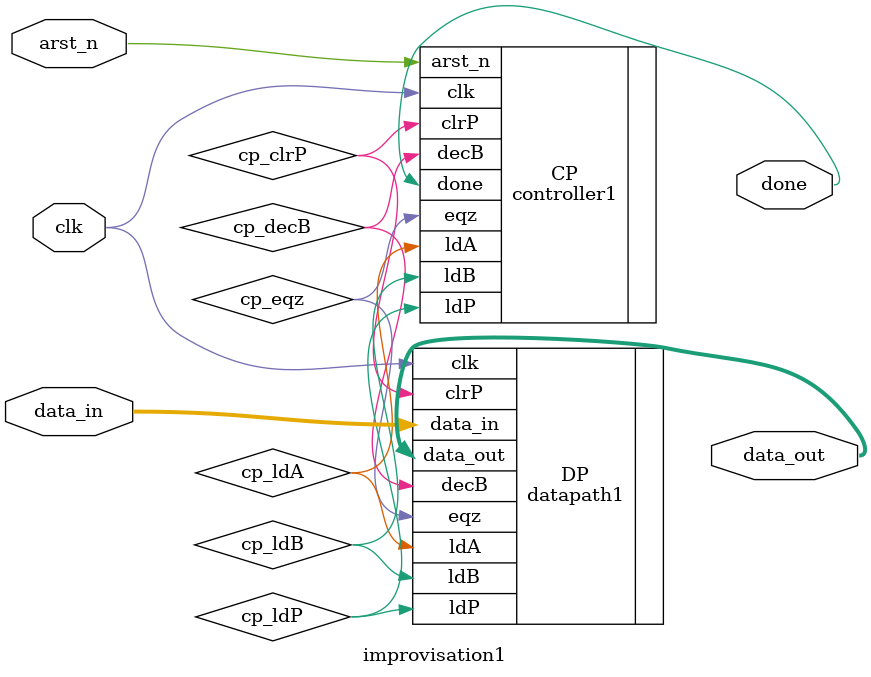
<source format=v>
`timescale 1ns / 1ps

module improvisation1(
  input clk,
  input arst_n,
  input [15:0]data_in,
  output [31:0]data_out,
  output done
    );
     
     
     wire cp_eqz,cp_ldA,cp_ldB,cp_ldP,cp_decB,cp_clrP;
     
     controller1 CP(
     .clk(clk),
     .arst_n(arst_n),
     .eqz(cp_eqz),
     .ldA(cp_ldA),
     .ldP(cp_ldP),
     .ldB(cp_ldB),
     .clrP(cp_clrP),
     .decB(cp_decB),
     .done(done)
     );
     
     datapath1 DP(
       .clk(clk),
       .data_in(data_in),
       .ldA(cp_ldA),
       .ldB(cp_ldB),
       .ldP(cp_ldP),
       .clrP(cp_clrP),
       .decB(cp_decB),
       .data_out(data_out),
       .eqz(cp_eqz)
     );
     
     
endmodule

</source>
